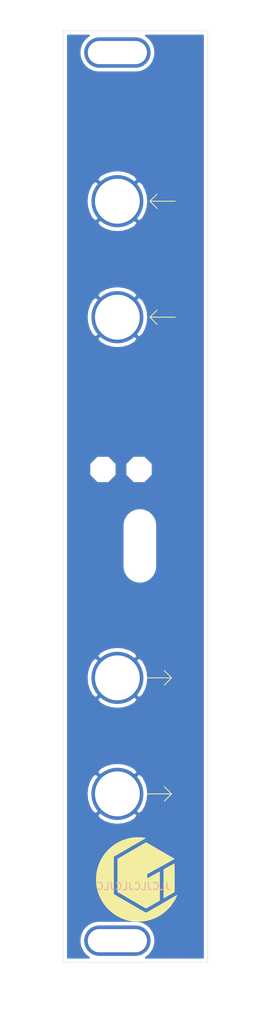
<source format=kicad_pcb>
(kicad_pcb (version 20171130) (host pcbnew "(5.1.6)-1")

  (general
    (thickness 1.6)
    (drawings 45)
    (tracks 0)
    (zones 0)
    (modules 8)
    (nets 2)
  )

  (page A4)
  (layers
    (0 F.Cu signal)
    (31 B.Cu signal)
    (32 B.Adhes user)
    (33 F.Adhes user)
    (34 B.Paste user)
    (35 F.Paste user)
    (36 B.SilkS user)
    (37 F.SilkS user)
    (38 B.Mask user)
    (39 F.Mask user)
    (40 Dwgs.User user)
    (41 Cmts.User user)
    (42 Eco1.User user)
    (43 Eco2.User user)
    (44 Edge.Cuts user)
    (45 Margin user)
    (46 B.CrtYd user)
    (47 F.CrtYd user)
    (48 B.Fab user)
    (49 F.Fab user)
  )

  (setup
    (last_trace_width 0.25)
    (user_trace_width 0.2)
    (user_trace_width 0.5)
    (trace_clearance 0.2)
    (zone_clearance 0.508)
    (zone_45_only no)
    (trace_min 0.2)
    (via_size 0.8)
    (via_drill 0.4)
    (via_min_size 0.4)
    (via_min_drill 0.3)
    (uvia_size 0.3)
    (uvia_drill 0.1)
    (uvias_allowed no)
    (uvia_min_size 0.2)
    (uvia_min_drill 0.1)
    (edge_width 0.05)
    (segment_width 0.2)
    (pcb_text_width 0.3)
    (pcb_text_size 1.5 1.5)
    (mod_edge_width 0.12)
    (mod_text_size 1 1)
    (mod_text_width 0.15)
    (pad_size 1.524 1.524)
    (pad_drill 0.762)
    (pad_to_mask_clearance 0.05)
    (aux_axis_origin 0 0)
    (visible_elements 7FFFFFFF)
    (pcbplotparams
      (layerselection 0x010f0_ffffffff)
      (usegerberextensions false)
      (usegerberattributes true)
      (usegerberadvancedattributes true)
      (creategerberjobfile true)
      (excludeedgelayer true)
      (linewidth 0.100000)
      (plotframeref false)
      (viasonmask false)
      (mode 1)
      (useauxorigin false)
      (hpglpennumber 1)
      (hpglpenspeed 20)
      (hpglpendiameter 15.000000)
      (psnegative false)
      (psa4output false)
      (plotreference false)
      (plotvalue false)
      (plotinvisibletext false)
      (padsonsilk false)
      (subtractmaskfromsilk true)
      (outputformat 1)
      (mirror false)
      (drillshape 0)
      (scaleselection 1)
      (outputdirectory "gerbers/Front/"))
  )

  (net 0 "")
  (net 1 GND)

  (net_class Default "This is the default net class."
    (clearance 0.2)
    (trace_width 0.25)
    (via_dia 0.8)
    (via_drill 0.4)
    (uvia_dia 0.3)
    (uvia_drill 0.1)
    (add_net GND)
  )

  (net_class Thin ""
    (clearance 0.2)
    (trace_width 0.2)
    (via_dia 0.8)
    (via_drill 0.4)
    (uvia_dia 0.3)
    (uvia_drill 0.1)
  )

  (module Images:GuavTek_Logo_S (layer F.Cu) (tedit 0) (tstamp 60D019AA)
    (at 110 167)
    (fp_text reference G*** (at 0 0) (layer F.SilkS) hide
      (effects (font (size 1.524 1.524) (thickness 0.3)))
    )
    (fp_text value LOGO (at 0.75 0) (layer F.SilkS) hide
      (effects (font (size 1.524 1.524) (thickness 0.3)))
    )
    (fp_poly (pts (xy 5.410306 -2.143808) (xy 5.412792 -2.069209) (xy 5.415114 -1.949883) (xy 5.417239 -1.789923)
      (xy 5.419133 -1.593424) (xy 5.420762 -1.364479) (xy 5.422092 -1.107183) (xy 5.423091 -0.825631)
      (xy 5.423724 -0.523916) (xy 5.423957 -0.206133) (xy 5.423958 -0.189108) (xy 5.423958 1.791368)
      (xy 4.67651 2.222339) (xy 4.495526 2.326681) (xy 4.32913 2.422591) (xy 4.182888 2.506861)
      (xy 4.062364 2.576288) (xy 3.973124 2.627663) (xy 3.920733 2.657782) (xy 3.909218 2.664362)
      (xy 3.90605 2.640378) (xy 3.903038 2.567513) (xy 3.900222 2.449805) (xy 3.897643 2.29129)
      (xy 3.89534 2.096005) (xy 3.893354 1.867986) (xy 3.891725 1.611271) (xy 3.890492 1.329895)
      (xy 3.889697 1.027895) (xy 3.889379 0.709309) (xy 3.889375 0.667698) (xy 3.889375 -1.340019)
      (xy 4.640398 -1.754801) (xy 4.822442 -1.855075) (xy 4.989567 -1.946619) (xy 5.13618 -2.026408)
      (xy 5.256685 -2.091419) (xy 5.345488 -2.138627) (xy 5.396997 -2.165009) (xy 5.40769 -2.169583)
      (xy 5.410306 -2.143808)) (layer F.SilkS) (width 0.01))
    (fp_poly (pts (xy 2.529156 -4.466669) (xy 2.917642 -4.242413) (xy 3.263332 -4.042876) (xy 3.569253 -3.866312)
      (xy 3.838432 -3.710978) (xy 4.073897 -3.575126) (xy 4.278675 -3.457012) (xy 4.455793 -3.35489)
      (xy 4.608278 -3.267016) (xy 4.739159 -3.191643) (xy 4.851462 -3.127027) (xy 4.948214 -3.071422)
      (xy 5.032444 -3.023082) (xy 5.107177 -2.980263) (xy 5.126302 -2.969317) (xy 5.237447 -2.904474)
      (xy 5.329697 -2.848275) (xy 5.394449 -2.80614) (xy 5.4231 -2.783487) (xy 5.423762 -2.781951)
      (xy 5.412539 -2.772806) (xy 5.377797 -2.751039) (xy 5.317814 -2.715695) (xy 5.230871 -2.665819)
      (xy 5.115248 -2.600455) (xy 4.969225 -2.518648) (xy 4.791081 -2.419445) (xy 4.579097 -2.301888)
      (xy 4.331552 -2.165024) (xy 4.046727 -2.007897) (xy 3.722901 -1.829552) (xy 3.358355 -1.629035)
      (xy 2.951367 -1.405389) (xy 2.500219 -1.157661) (xy 2.341562 -1.070576) (xy 2.169459 -0.975661)
      (xy 2.011556 -0.887706) (xy 1.874106 -0.810264) (xy 1.763362 -0.746885) (xy 1.685577 -0.701123)
      (xy 1.647004 -0.67653) (xy 1.64487 -0.674779) (xy 1.628935 -0.647583) (xy 1.621494 -0.597446)
      (xy 1.622125 -0.514855) (xy 1.63041 -0.390299) (xy 1.631641 -0.375192) (xy 1.653645 -0.108366)
      (xy 3.373437 -1.056318) (xy 3.380278 0.933664) (xy 3.381231 1.253857) (xy 3.381851 1.558876)
      (xy 3.382147 1.844556) (xy 3.382129 2.106729) (xy 3.381806 2.341231) (xy 3.381188 2.543896)
      (xy 3.380282 2.710557) (xy 3.379099 2.837049) (xy 3.377647 2.919206) (xy 3.375936 2.952862)
      (xy 3.375826 2.953248) (xy 3.347693 2.982656) (xy 3.288753 3.024321) (xy 3.249922 3.047587)
      (xy 3.199719 3.07623) (xy 3.110033 3.127703) (xy 2.987196 3.198357) (xy 2.837543 3.284547)
      (xy 2.667406 3.382625) (xy 2.483119 3.488945) (xy 2.354791 3.563027) (xy 2.167941 3.670841)
      (xy 1.993947 3.771085) (xy 1.838559 3.860456) (xy 1.70753 3.935653) (xy 1.606609 3.993375)
      (xy 1.541548 4.030319) (xy 1.520002 4.042271) (xy 1.499908 4.047038) (xy 1.46932 4.042524)
      (xy 1.423588 4.026374) (xy 1.358061 3.996235) (xy 1.268091 3.949753) (xy 1.149027 3.884573)
      (xy 0.99622 3.798342) (xy 0.80502 3.688706) (xy 0.686564 3.620325) (xy 0.483537 3.502921)
      (xy 0.278971 3.384586) (xy 0.081555 3.270351) (xy -0.100018 3.165246) (xy -0.257058 3.074302)
      (xy -0.380874 3.002549) (xy -0.423334 2.977921) (xy -0.524788 2.919126) (xy -0.664204 2.838443)
      (xy -0.833706 2.740424) (xy -1.025419 2.629621) (xy -1.231466 2.510587) (xy -1.443971 2.387874)
      (xy -1.620511 2.285971) (xy -2.486958 1.785937) (xy -2.486878 -0.502708) (xy -2.486798 -2.791354)
      (xy -0.630288 -3.862917) (xy -0.339437 -4.030788) (xy -0.059547 -4.192325) (xy 0.205666 -4.345381)
      (xy 0.452485 -4.487812) (xy 0.677193 -4.617474) (xy 0.876072 -4.732222) (xy 1.045405 -4.829911)
      (xy 1.181475 -4.908395) (xy 1.280565 -4.965531) (xy 1.338957 -4.999174) (xy 1.349716 -5.00536)
      (xy 1.473208 -5.07624) (xy 2.529156 -4.466669)) (layer F.SilkS) (width 0.01))
    (fp_poly (pts (xy 0.626306 -5.758871) (xy 0.861028 -5.746864) (xy 1.031439 -5.730572) (xy 1.164027 -5.712886)
      (xy 1.277777 -5.695068) (xy 1.3623 -5.678941) (xy 1.407201 -5.66633) (xy 1.411008 -5.66395)
      (xy 1.401826 -5.640333) (xy 1.354966 -5.600279) (xy 1.279721 -5.551721) (xy 1.279151 -5.551391)
      (xy 1.23345 -5.524946) (xy 1.145487 -5.474114) (xy 1.018832 -5.400958) (xy 0.857056 -5.307539)
      (xy 0.663731 -5.195918) (xy 0.442426 -5.068158) (xy 0.196714 -4.926318) (xy -0.069836 -4.772462)
      (xy -0.353652 -4.60865) (xy -0.651163 -4.436944) (xy -0.932657 -4.274492) (xy -2.989792 -3.087336)
      (xy -2.989792 2.082658) (xy -2.255573 2.50684) (xy -1.808998 2.764812) (xy -1.382806 3.010955)
      (xy -0.978974 3.244127) (xy -0.59948 3.463189) (xy -0.246301 3.667) (xy 0.078585 3.85442)
      (xy 0.373199 4.02431) (xy 0.635566 4.175528) (xy 0.863707 4.306934) (xy 1.055644 4.41739)
      (xy 1.209399 4.505753) (xy 1.322996 4.570885) (xy 1.394457 4.611645) (xy 1.420673 4.62632)
      (xy 1.433975 4.629527) (xy 1.45479 4.627104) (xy 1.485863 4.617544) (xy 1.529939 4.599342)
      (xy 1.589764 4.57099) (xy 1.668082 4.530983) (xy 1.767639 4.477815) (xy 1.891181 4.409979)
      (xy 2.041453 4.325969) (xy 2.221199 4.22428) (xy 2.433166 4.103404) (xy 2.680099 3.961836)
      (xy 2.964743 3.79807) (xy 3.289843 3.610598) (xy 3.629139 3.414674) (xy 3.938847 3.235887)
      (xy 4.235361 3.064973) (xy 4.515504 2.903751) (xy 4.776097 2.754036) (xy 5.01396 2.617649)
      (xy 5.225914 2.496406) (xy 5.408781 2.392125) (xy 5.559381 2.306624) (xy 5.674535 2.241721)
      (xy 5.751064 2.199234) (xy 5.78579 2.18098) (xy 5.787574 2.180422) (xy 5.781588 2.206892)
      (xy 5.758152 2.270171) (xy 5.722027 2.359037) (xy 5.677974 2.462268) (xy 5.630752 2.568643)
      (xy 5.585122 2.66694) (xy 5.556059 2.726152) (xy 5.508541 2.812011) (xy 5.437837 2.93008)
      (xy 5.351127 3.069232) (xy 5.255593 3.21834) (xy 5.158415 3.36628) (xy 5.066774 3.501923)
      (xy 4.987852 3.614145) (xy 4.950457 3.664479) (xy 4.821687 3.820275) (xy 4.661135 3.995696)
      (xy 4.480035 4.17955) (xy 4.289625 4.360647) (xy 4.101139 4.527796) (xy 3.997353 4.61376)
      (xy 3.549821 4.939888) (xy 3.077564 5.219386) (xy 2.582183 5.451527) (xy 2.065283 5.635582)
      (xy 1.528466 5.770822) (xy 1.393062 5.796612) (xy 1.263913 5.817586) (xy 1.135175 5.833495)
      (xy 0.995642 5.845123) (xy 0.834106 5.853248) (xy 0.63936 5.858652) (xy 0.46302 5.86141)
      (xy 0.284123 5.863075) (xy 0.118951 5.86366) (xy -0.023771 5.863209) (xy -0.135318 5.861767)
      (xy -0.206967 5.859379) (xy -0.224896 5.857873) (xy -0.28935 5.849163) (xy -0.386901 5.836164)
      (xy -0.498175 5.821456) (xy -0.515938 5.819119) (xy -0.999828 5.729839) (xy -1.483005 5.590723)
      (xy -1.95978 5.404616) (xy -2.424465 5.174364) (xy -2.871372 4.902813) (xy -3.294812 4.592808)
      (xy -3.689097 4.247195) (xy -3.722315 4.215067) (xy -4.068648 3.845644) (xy -4.378005 3.447481)
      (xy -4.654941 3.014181) (xy -4.879588 2.590206) (xy -5.068952 2.163733) (xy -5.217318 1.745635)
      (xy -5.327136 1.324971) (xy -5.400858 0.8908) (xy -5.440934 0.432181) (xy -5.450417 0.042085)
      (xy -5.429691 -0.488531) (xy -5.36645 -0.99255) (xy -5.259097 -1.476928) (xy -5.106037 -1.948622)
      (xy -4.905673 -2.414586) (xy -4.870111 -2.487083) (xy -4.734688 -2.749508) (xy -4.606315 -2.976685)
      (xy -4.475482 -3.183626) (xy -4.332675 -3.385342) (xy -4.168382 -3.596843) (xy -4.161416 -3.605487)
      (xy -3.819363 -3.990952) (xy -3.440096 -4.347899) (xy -3.030379 -4.67142) (xy -2.596976 -4.956607)
      (xy -2.14665 -5.19855) (xy -1.712415 -5.382732) (xy -1.512061 -5.451171) (xy -1.278457 -5.52198)
      (xy -1.030728 -5.58995) (xy -0.787996 -5.649873) (xy -0.569385 -5.696542) (xy -0.539907 -5.702067)
      (xy -0.354904 -5.728149) (xy -0.131605 -5.747128) (xy 0.115814 -5.758746) (xy 0.373176 -5.762746)
      (xy 0.626306 -5.758871)) (layer F.SilkS) (width 0.01))
  )

  (module MountingHole:MountingHole_6.2mm_M6 (layer F.Cu) (tedit 60B54858) (tstamp 60B783DF)
    (at 107.5 155.25)
    (descr "Mounting Hole 6.4mm, no annular, M6")
    (tags "mounting hole 6.4mm no annular m6")
    (path /60C2BF8A)
    (attr virtual)
    (fp_text reference J4 (at 0 -7.4) (layer F.SilkS) hide
      (effects (font (size 1 1) (thickness 0.15)))
    )
    (fp_text value Jack_3.5mm (at 0 7.4) (layer F.Fab)
      (effects (font (size 1 1) (thickness 0.15)))
    )
    (fp_circle (center 0 0) (end 6.65 0) (layer F.CrtYd) (width 0.05))
    (fp_circle (center 0 0) (end 6.4 0) (layer Cmts.User) (width 0.15))
    (fp_text user %R (at 0.3 0) (layer F.Fab)
      (effects (font (size 1 1) (thickness 0.15)))
    )
    (pad 1 thru_hole circle (at 0 0) (size 7.2 7.2) (drill 6.2) (layers *.Cu *.Mask)
      (net 1 GND))
  )

  (module MountingHole:MountingHole_6.2mm_M6 (layer F.Cu) (tedit 60B54858) (tstamp 60B7858D)
    (at 107.5 73.5)
    (descr "Mounting Hole 6.4mm, no annular, M6")
    (tags "mounting hole 6.4mm no annular m6")
    (path /60C2BC82)
    (attr virtual)
    (fp_text reference J3 (at 0 -7.4) (layer F.SilkS) hide
      (effects (font (size 1 1) (thickness 0.15)))
    )
    (fp_text value Jack_3.5mm (at 0 7.4) (layer F.Fab)
      (effects (font (size 1 1) (thickness 0.15)))
    )
    (fp_circle (center 0 0) (end 6.65 0) (layer F.CrtYd) (width 0.05))
    (fp_circle (center 0 0) (end 6.4 0) (layer Cmts.User) (width 0.15))
    (fp_text user %R (at 0.3 0) (layer F.Fab)
      (effects (font (size 1 1) (thickness 0.15)))
    )
    (pad 1 thru_hole circle (at 0 0) (size 7.2 7.2) (drill 6.2) (layers *.Cu *.Mask)
      (net 1 GND))
  )

  (module MountingHole:MountingHole_6.2mm_M6 (layer F.Cu) (tedit 60B54858) (tstamp 60B783CF)
    (at 107.5 139.25)
    (descr "Mounting Hole 6.4mm, no annular, M6")
    (tags "mounting hole 6.4mm no annular m6")
    (path /60C2B8C6)
    (attr virtual)
    (fp_text reference J2 (at 0 -7.4) (layer F.SilkS) hide
      (effects (font (size 1 1) (thickness 0.15)))
    )
    (fp_text value Jack_3.5mm (at 0 7.4) (layer F.Fab)
      (effects (font (size 1 1) (thickness 0.15)))
    )
    (fp_circle (center 0 0) (end 6.65 0) (layer F.CrtYd) (width 0.05))
    (fp_circle (center 0 0) (end 6.4 0) (layer Cmts.User) (width 0.15))
    (fp_text user %R (at 0.3 0) (layer F.Fab)
      (effects (font (size 1 1) (thickness 0.15)))
    )
    (pad 1 thru_hole circle (at 0 0) (size 7.2 7.2) (drill 6.2) (layers *.Cu *.Mask)
      (net 1 GND))
  )

  (module MountingHole:MountingHole_6.2mm_M6 (layer F.Cu) (tedit 60B54858) (tstamp 60B78570)
    (at 107.5 89.5)
    (descr "Mounting Hole 6.4mm, no annular, M6")
    (tags "mounting hole 6.4mm no annular m6")
    (path /60C2A313)
    (attr virtual)
    (fp_text reference J1 (at 0 -7.4) (layer F.SilkS) hide
      (effects (font (size 1 1) (thickness 0.15)))
    )
    (fp_text value Jack_3.5mm (at 0 7.4) (layer F.Fab)
      (effects (font (size 1 1) (thickness 0.15)))
    )
    (fp_circle (center 0 0) (end 6.65 0) (layer F.CrtYd) (width 0.05))
    (fp_circle (center 0 0) (end 6.4 0) (layer Cmts.User) (width 0.15))
    (fp_text user %R (at 0.3 0) (layer F.Fab)
      (effects (font (size 1 1) (thickness 0.15)))
    )
    (pad 1 thru_hole circle (at 0 0) (size 7.2 7.2) (drill 6.2) (layers *.Cu *.Mask)
      (net 1 GND))
  )

  (module CustomLib:Wide_M3 (layer F.Cu) (tedit 606263EC) (tstamp 60B783B5)
    (at 107.5 175.5)
    (path /60C2CE11)
    (fp_text reference H3 (at 0 -3.81) (layer F.SilkS) hide
      (effects (font (size 1 1) (thickness 0.15)))
    )
    (fp_text value MountingHole (at 0 3.81) (layer F.Fab)
      (effects (font (size 1 1) (thickness 0.15)))
    )
    (pad 1 thru_hole oval (at 0 0) (size 9.2 4.2) (drill oval 8.2 3.2) (layers *.Cu *.Mask))
  )

  (module CustomLib:Wide_M3 (layer F.Cu) (tedit 606263EC) (tstamp 60B783B0)
    (at 107.5 53)
    (path /60C2CAB7)
    (fp_text reference H2 (at 0 -3.81) (layer F.SilkS) hide
      (effects (font (size 1 1) (thickness 0.15)))
    )
    (fp_text value MountingHole (at 0 3.81) (layer F.Fab)
      (effects (font (size 1 1) (thickness 0.15)))
    )
    (pad 1 thru_hole oval (at 0 0) (size 9.2 4.2) (drill oval 8.2 3.2) (layers *.Cu *.Mask))
  )

  (module CustomLib:USB_C_Hole (layer F.Cu) (tedit 5F249EA4) (tstamp 60B785CB)
    (at 110.61 121.05)
    (path /60C2DA44)
    (fp_text reference H1 (at 0 5.334) (layer F.SilkS) hide
      (effects (font (size 1 1) (thickness 0.15)))
    )
    (fp_text value "USB hole" (at 0 6.731) (layer F.Fab)
      (effects (font (size 1 1) (thickness 0.15)))
    )
    (pad "" np_thru_hole oval (at 0 0) (size 3.5 9.1) (drill oval 3.5 9.1) (layers *.Cu *.Mask))
  )

  (gr_line (start 112 73.5) (end 113 72.5) (layer F.SilkS) (width 0.12) (tstamp 60D499C3))
  (gr_line (start 112 73.5) (end 113 74.5) (layer F.SilkS) (width 0.12) (tstamp 60D499C2))
  (gr_line (start 115.5 73.5) (end 112 73.5) (layer F.SilkS) (width 0.12) (tstamp 60D499C1))
  (gr_line (start 112 89.5) (end 113 88.5) (layer F.SilkS) (width 0.12) (tstamp 60D499C3))
  (gr_line (start 112 89.5) (end 113 90.5) (layer F.SilkS) (width 0.12) (tstamp 60D499C2))
  (gr_line (start 115.5 89.5) (end 112 89.5) (layer F.SilkS) (width 0.12) (tstamp 60D499C1))
  (gr_line (start 115 155.25) (end 114 156.25) (layer F.SilkS) (width 0.12) (tstamp 60D499C3))
  (gr_line (start 115 155.25) (end 114 154.25) (layer F.SilkS) (width 0.12) (tstamp 60D499C2))
  (gr_line (start 111.5 155.25) (end 115 155.25) (layer F.SilkS) (width 0.12) (tstamp 60D499C1))
  (gr_line (start 115 139.25) (end 114 140.25) (layer F.SilkS) (width 0.12))
  (gr_line (start 115 139.25) (end 114 138.25) (layer F.SilkS) (width 0.12))
  (gr_line (start 111.5 139.25) (end 115 139.25) (layer F.SilkS) (width 0.12))
  (gr_poly (pts (xy 111.25 112) (xy 110.5 110.5) (xy 109.75 112) (xy 109.75 109) (xy 110.5 110.5) (xy 111.25 109)) (layer F.Mask) (width 0.3))
  (gr_poly (pts (xy 106.5 110.5) (xy 105 112) (xy 105 109)) (layer F.Mask) (width 0.3))
  (gr_text JLCJLCJLCJLC (at 109.75 168) (layer B.SilkS)
    (effects (font (size 1 1) (thickness 0.15)) (justify mirror))
  )
  (gr_poly (pts (xy 107.25 111.25) (xy 106.25 112.25) (xy 104.75 112.25) (xy 103.75 111.25) (xy 103.75 109.685345) (xy 104.75 108.75) (xy 106.25 108.75) (xy 107.25 109.75)) (layer B.Mask) (width 0.1))
  (gr_poly (pts (xy 111.25 112.25) (xy 109.75 112.25) (xy 108.75 111.25) (xy 108.75 109.75) (xy 109.75 108.75) (xy 111.25 108.75) (xy 112.25 109.75) (xy 112.25 111.25)) (layer B.Mask) (width 0.1))
  (gr_text "MIDIBUS\nUSB" (at 110 59.25) (layer F.Mask)
    (effects (font (size 2 2) (thickness 0.25)))
  )
  (gr_line (start 98.75 63) (end 120.75 63) (layer F.Mask) (width 0.4))
  (gr_circle (center 105.5 110.5) (end 107 110.5) (layer Dwgs.User) (width 0.15))
  (gr_circle (center 110.5 110.5) (end 112 110.5) (layer Dwgs.User) (width 0.15))
  (gr_line (start 114.5 164) (end 112.5 164) (layer Dwgs.User) (width 0.15) (tstamp 60B7859F))
  (gr_line (start 114.5 64.5) (end 114.5 164) (layer Dwgs.User) (width 0.15))
  (gr_line (start 112.5 64.5) (end 114.5 64.5) (layer Dwgs.User) (width 0.15))
  (gr_line (start 112.5 64.5) (end 112.5 164) (layer Dwgs.User) (width 0.15))
  (gr_line (start 100.25 73.5) (end 119.75 73.5) (layer Dwgs.User) (width 0.15))
  (gr_line (start 100.25 89.5) (end 100.25 73.5) (layer Dwgs.User) (width 0.15))
  (gr_line (start 100.25 89.5) (end 119.75 89.5) (layer Dwgs.User) (width 0.15))
  (gr_line (start 100.25 110.5) (end 100.25 89.5) (layer Dwgs.User) (width 0.15))
  (gr_line (start 100.25 110.5) (end 119.75 110.5) (layer Dwgs.User) (width 0.15))
  (gr_line (start 100.25 121.07) (end 100.25 110.5) (layer Dwgs.User) (width 0.15))
  (gr_line (start 100.25 121.07) (end 119.75 121.07) (layer Dwgs.User) (width 0.15))
  (gr_line (start 100.25 139.25) (end 100.25 121.07) (layer Dwgs.User) (width 0.15))
  (gr_line (start 100.25 139.25) (end 119.75 139.25) (layer Dwgs.User) (width 0.15))
  (gr_line (start 100.25 155.25) (end 100.25 139.25) (layer Dwgs.User) (width 0.15))
  (gr_line (start 100.25 155.25) (end 120 155.25) (layer Dwgs.User) (width 0.15))
  (gr_line (start 100.25 164.25) (end 100.25 155.25) (layer Dwgs.User) (width 0.15))
  (gr_line (start 100.25 164.25) (end 120 164.25) (layer Dwgs.User) (width 0.15))
  (gr_line (start 100.25 178.5) (end 100.25 164.25) (layer Dwgs.User) (width 0.15))
  (gr_line (start 100.25 64.25) (end 119.75 64.25) (layer Dwgs.User) (width 0.15))
  (gr_line (start 100.25 50) (end 100.25 64.25) (layer Dwgs.User) (width 0.15))
  (gr_line (start 100 178.5) (end 100 50) (layer Edge.Cuts) (width 0.05) (tstamp 60B78410))
  (gr_line (start 120 178.5) (end 100 178.5) (layer Edge.Cuts) (width 0.05))
  (gr_line (start 120 50) (end 120 178.5) (layer Edge.Cuts) (width 0.05))
  (gr_line (start 100 50) (end 120 50) (layer Edge.Cuts) (width 0.05))

  (zone (net 1) (net_name GND) (layer F.Cu) (tstamp 60D49B12) (hatch edge 0.508)
    (connect_pads (clearance 0.508))
    (min_thickness 0.254)
    (fill yes (arc_segments 32) (thermal_gap 0.508) (thermal_bridge_width 0.508))
    (polygon
      (pts
        (xy 123.75 47.5) (xy 124.5 184.75) (xy 97.5 184.75) (xy 94.25 45.75)
      )
    )
    (filled_polygon
      (pts
        (xy 103.473164 50.714928) (xy 103.056706 51.056706) (xy 102.714928 51.473164) (xy 102.460964 51.948297) (xy 102.304574 52.463846)
        (xy 102.251767 53) (xy 102.304574 53.536154) (xy 102.460964 54.051703) (xy 102.714928 54.526836) (xy 103.056706 54.943294)
        (xy 103.473164 55.285072) (xy 103.948297 55.539036) (xy 104.463846 55.695426) (xy 104.865644 55.735) (xy 110.134356 55.735)
        (xy 110.536154 55.695426) (xy 111.051703 55.539036) (xy 111.526836 55.285072) (xy 111.943294 54.943294) (xy 112.285072 54.526836)
        (xy 112.539036 54.051703) (xy 112.695426 53.536154) (xy 112.748233 53) (xy 112.695426 52.463846) (xy 112.539036 51.948297)
        (xy 112.285072 51.473164) (xy 111.943294 51.056706) (xy 111.526836 50.714928) (xy 111.424073 50.66) (xy 119.34 50.66)
        (xy 119.340001 177.84) (xy 111.424073 177.84) (xy 111.526836 177.785072) (xy 111.943294 177.443294) (xy 112.285072 177.026836)
        (xy 112.539036 176.551703) (xy 112.695426 176.036154) (xy 112.748233 175.5) (xy 112.695426 174.963846) (xy 112.539036 174.448297)
        (xy 112.285072 173.973164) (xy 111.943294 173.556706) (xy 111.526836 173.214928) (xy 111.051703 172.960964) (xy 110.536154 172.804574)
        (xy 110.134356 172.765) (xy 104.865644 172.765) (xy 104.463846 172.804574) (xy 103.948297 172.960964) (xy 103.473164 173.214928)
        (xy 103.056706 173.556706) (xy 102.714928 173.973164) (xy 102.460964 174.448297) (xy 102.304574 174.963846) (xy 102.251767 175.5)
        (xy 102.304574 176.036154) (xy 102.460964 176.551703) (xy 102.714928 177.026836) (xy 103.056706 177.443294) (xy 103.473164 177.785072)
        (xy 103.575927 177.84) (xy 100.66 177.84) (xy 100.66 158.235244) (xy 104.694362 158.235244) (xy 105.102545 158.765879)
        (xy 105.834525 159.166043) (xy 106.630508 159.415715) (xy 107.459906 159.505301) (xy 108.290845 159.431359) (xy 109.091392 159.196729)
        (xy 109.830782 158.810428) (xy 109.897455 158.765879) (xy 110.305638 158.235244) (xy 107.5 155.429605) (xy 104.694362 158.235244)
        (xy 100.66 158.235244) (xy 100.66 155.209906) (xy 103.244699 155.209906) (xy 103.318641 156.040845) (xy 103.553271 156.841392)
        (xy 103.939572 157.580782) (xy 103.984121 157.647455) (xy 104.514756 158.055638) (xy 107.320395 155.25) (xy 107.679605 155.25)
        (xy 110.485244 158.055638) (xy 111.015879 157.647455) (xy 111.416043 156.915475) (xy 111.665715 156.119492) (xy 111.755301 155.290094)
        (xy 111.681359 154.459155) (xy 111.446729 153.658608) (xy 111.060428 152.919218) (xy 111.015879 152.852545) (xy 110.485244 152.444362)
        (xy 107.679605 155.25) (xy 107.320395 155.25) (xy 104.514756 152.444362) (xy 103.984121 152.852545) (xy 103.583957 153.584525)
        (xy 103.334285 154.380508) (xy 103.244699 155.209906) (xy 100.66 155.209906) (xy 100.66 152.264756) (xy 104.694362 152.264756)
        (xy 107.5 155.070395) (xy 110.305638 152.264756) (xy 109.897455 151.734121) (xy 109.165475 151.333957) (xy 108.369492 151.084285)
        (xy 107.540094 150.994699) (xy 106.709155 151.068641) (xy 105.908608 151.303271) (xy 105.169218 151.689572) (xy 105.102545 151.734121)
        (xy 104.694362 152.264756) (xy 100.66 152.264756) (xy 100.66 142.235244) (xy 104.694362 142.235244) (xy 105.102545 142.765879)
        (xy 105.834525 143.166043) (xy 106.630508 143.415715) (xy 107.459906 143.505301) (xy 108.290845 143.431359) (xy 109.091392 143.196729)
        (xy 109.830782 142.810428) (xy 109.897455 142.765879) (xy 110.305638 142.235244) (xy 107.5 139.429605) (xy 104.694362 142.235244)
        (xy 100.66 142.235244) (xy 100.66 139.209906) (xy 103.244699 139.209906) (xy 103.318641 140.040845) (xy 103.553271 140.841392)
        (xy 103.939572 141.580782) (xy 103.984121 141.647455) (xy 104.514756 142.055638) (xy 107.320395 139.25) (xy 107.679605 139.25)
        (xy 110.485244 142.055638) (xy 111.015879 141.647455) (xy 111.416043 140.915475) (xy 111.665715 140.119492) (xy 111.755301 139.290094)
        (xy 111.681359 138.459155) (xy 111.446729 137.658608) (xy 111.060428 136.919218) (xy 111.015879 136.852545) (xy 110.485244 136.444362)
        (xy 107.679605 139.25) (xy 107.320395 139.25) (xy 104.514756 136.444362) (xy 103.984121 136.852545) (xy 103.583957 137.584525)
        (xy 103.334285 138.380508) (xy 103.244699 139.209906) (xy 100.66 139.209906) (xy 100.66 136.264756) (xy 104.694362 136.264756)
        (xy 107.5 139.070395) (xy 110.305638 136.264756) (xy 109.897455 135.734121) (xy 109.165475 135.333957) (xy 108.369492 135.084285)
        (xy 107.540094 134.994699) (xy 106.709155 135.068641) (xy 105.908608 135.303271) (xy 105.169218 135.689572) (xy 105.102545 135.734121)
        (xy 104.694362 136.264756) (xy 100.66 136.264756) (xy 100.66 118.132844) (xy 108.225 118.132844) (xy 108.225001 123.967157)
        (xy 108.259511 124.317542) (xy 108.395888 124.767116) (xy 108.617352 125.181446) (xy 108.915392 125.544609) (xy 109.278555 125.842649)
        (xy 109.692885 126.064113) (xy 110.142459 126.20049) (xy 110.61 126.246539) (xy 111.077542 126.20049) (xy 111.527116 126.064113)
        (xy 111.941446 125.842649) (xy 112.304609 125.544609) (xy 112.602649 125.181446) (xy 112.824113 124.767116) (xy 112.96049 124.317542)
        (xy 112.995 123.967157) (xy 112.995 118.132843) (xy 112.96049 117.782458) (xy 112.824113 117.332884) (xy 112.602649 116.918554)
        (xy 112.304609 116.555391) (xy 111.941445 116.257351) (xy 111.527115 116.035887) (xy 111.077541 115.89951) (xy 110.61 115.853461)
        (xy 110.142458 115.89951) (xy 109.692884 116.035887) (xy 109.278554 116.257351) (xy 108.915391 116.555391) (xy 108.617351 116.918555)
        (xy 108.395887 117.332885) (xy 108.25951 117.782459) (xy 108.225 118.132844) (xy 100.66 118.132844) (xy 100.66 109.75)
        (xy 103.623 109.75) (xy 103.623 111.25) (xy 103.62544 111.274776) (xy 103.632667 111.298601) (xy 103.644403 111.320557)
        (xy 103.660197 111.339803) (xy 104.660197 112.339803) (xy 104.679443 112.355597) (xy 104.701399 112.367333) (xy 104.725224 112.37456)
        (xy 104.75 112.377) (xy 106.25 112.377) (xy 106.274776 112.37456) (xy 106.298601 112.367333) (xy 106.320557 112.355597)
        (xy 106.339803 112.339803) (xy 107.339803 111.339803) (xy 107.355597 111.320557) (xy 107.367333 111.298601) (xy 107.37456 111.274776)
        (xy 107.377 111.25) (xy 107.377 109.75) (xy 108.623 109.75) (xy 108.623 111.25) (xy 108.62544 111.274776)
        (xy 108.632667 111.298601) (xy 108.644403 111.320557) (xy 108.660197 111.339803) (xy 109.660197 112.339803) (xy 109.679443 112.355597)
        (xy 109.701399 112.367333) (xy 109.725224 112.37456) (xy 109.75 112.377) (xy 111.25 112.377) (xy 111.274776 112.37456)
        (xy 111.298601 112.367333) (xy 111.320557 112.355597) (xy 111.339803 112.339803) (xy 112.339803 111.339803) (xy 112.355597 111.320557)
        (xy 112.367333 111.298601) (xy 112.37456 111.274776) (xy 112.377 111.25) (xy 112.377 109.75) (xy 112.37456 109.725224)
        (xy 112.367333 109.701399) (xy 112.355597 109.679443) (xy 112.339803 109.660197) (xy 111.339803 108.660197) (xy 111.320557 108.644403)
        (xy 111.298601 108.632667) (xy 111.274776 108.62544) (xy 111.25 108.623) (xy 109.75 108.623) (xy 109.725224 108.62544)
        (xy 109.701399 108.632667) (xy 109.679443 108.644403) (xy 109.660197 108.660197) (xy 108.660197 109.660197) (xy 108.644403 109.679443)
        (xy 108.632667 109.701399) (xy 108.62544 109.725224) (xy 108.623 109.75) (xy 107.377 109.75) (xy 107.37456 109.725224)
        (xy 107.367333 109.701399) (xy 107.355597 109.679443) (xy 107.339803 109.660197) (xy 106.339803 108.660197) (xy 106.320557 108.644403)
        (xy 106.298601 108.632667) (xy 106.274776 108.62544) (xy 106.25 108.623) (xy 104.75 108.623) (xy 104.725224 108.62544)
        (xy 104.701399 108.632667) (xy 104.679443 108.644403) (xy 104.660197 108.660197) (xy 103.660197 109.660197) (xy 103.644403 109.679443)
        (xy 103.632667 109.701399) (xy 103.62544 109.725224) (xy 103.623 109.75) (xy 100.66 109.75) (xy 100.66 92.485244)
        (xy 104.694362 92.485244) (xy 105.102545 93.015879) (xy 105.834525 93.416043) (xy 106.630508 93.665715) (xy 107.459906 93.755301)
        (xy 108.290845 93.681359) (xy 109.091392 93.446729) (xy 109.830782 93.060428) (xy 109.897455 93.015879) (xy 110.305638 92.485244)
        (xy 107.5 89.679605) (xy 104.694362 92.485244) (xy 100.66 92.485244) (xy 100.66 89.459906) (xy 103.244699 89.459906)
        (xy 103.318641 90.290845) (xy 103.553271 91.091392) (xy 103.939572 91.830782) (xy 103.984121 91.897455) (xy 104.514756 92.305638)
        (xy 107.320395 89.5) (xy 107.679605 89.5) (xy 110.485244 92.305638) (xy 111.015879 91.897455) (xy 111.416043 91.165475)
        (xy 111.665715 90.369492) (xy 111.755301 89.540094) (xy 111.681359 88.709155) (xy 111.446729 87.908608) (xy 111.060428 87.169218)
        (xy 111.015879 87.102545) (xy 110.485244 86.694362) (xy 107.679605 89.5) (xy 107.320395 89.5) (xy 104.514756 86.694362)
        (xy 103.984121 87.102545) (xy 103.583957 87.834525) (xy 103.334285 88.630508) (xy 103.244699 89.459906) (xy 100.66 89.459906)
        (xy 100.66 86.514756) (xy 104.694362 86.514756) (xy 107.5 89.320395) (xy 110.305638 86.514756) (xy 109.897455 85.984121)
        (xy 109.165475 85.583957) (xy 108.369492 85.334285) (xy 107.540094 85.244699) (xy 106.709155 85.318641) (xy 105.908608 85.553271)
        (xy 105.169218 85.939572) (xy 105.102545 85.984121) (xy 104.694362 86.514756) (xy 100.66 86.514756) (xy 100.66 76.485244)
        (xy 104.694362 76.485244) (xy 105.102545 77.015879) (xy 105.834525 77.416043) (xy 106.630508 77.665715) (xy 107.459906 77.755301)
        (xy 108.290845 77.681359) (xy 109.091392 77.446729) (xy 109.830782 77.060428) (xy 109.897455 77.015879) (xy 110.305638 76.485244)
        (xy 107.5 73.679605) (xy 104.694362 76.485244) (xy 100.66 76.485244) (xy 100.66 73.459906) (xy 103.244699 73.459906)
        (xy 103.318641 74.290845) (xy 103.553271 75.091392) (xy 103.939572 75.830782) (xy 103.984121 75.897455) (xy 104.514756 76.305638)
        (xy 107.320395 73.5) (xy 107.679605 73.5) (xy 110.485244 76.305638) (xy 111.015879 75.897455) (xy 111.416043 75.165475)
        (xy 111.665715 74.369492) (xy 111.755301 73.540094) (xy 111.681359 72.709155) (xy 111.446729 71.908608) (xy 111.060428 71.169218)
        (xy 111.015879 71.102545) (xy 110.485244 70.694362) (xy 107.679605 73.5) (xy 107.320395 73.5) (xy 104.514756 70.694362)
        (xy 103.984121 71.102545) (xy 103.583957 71.834525) (xy 103.334285 72.630508) (xy 103.244699 73.459906) (xy 100.66 73.459906)
        (xy 100.66 70.514756) (xy 104.694362 70.514756) (xy 107.5 73.320395) (xy 110.305638 70.514756) (xy 109.897455 69.984121)
        (xy 109.165475 69.583957) (xy 108.369492 69.334285) (xy 107.540094 69.244699) (xy 106.709155 69.318641) (xy 105.908608 69.553271)
        (xy 105.169218 69.939572) (xy 105.102545 69.984121) (xy 104.694362 70.514756) (xy 100.66 70.514756) (xy 100.66 50.66)
        (xy 103.575927 50.66)
      )
    )
  )
  (zone (net 1) (net_name GND) (layer B.Cu) (tstamp 60D49B0F) (hatch edge 0.508)
    (connect_pads (clearance 0.508))
    (min_thickness 0.254)
    (fill yes (arc_segments 32) (thermal_gap 0.508) (thermal_bridge_width 0.508))
    (polygon
      (pts
        (xy 127.25 47.5) (xy 126.25 187) (xy 96.75 185.75) (xy 91.25 46)
      )
    )
    (filled_polygon
      (pts
        (xy 103.473164 50.714928) (xy 103.056706 51.056706) (xy 102.714928 51.473164) (xy 102.460964 51.948297) (xy 102.304574 52.463846)
        (xy 102.251767 53) (xy 102.304574 53.536154) (xy 102.460964 54.051703) (xy 102.714928 54.526836) (xy 103.056706 54.943294)
        (xy 103.473164 55.285072) (xy 103.948297 55.539036) (xy 104.463846 55.695426) (xy 104.865644 55.735) (xy 110.134356 55.735)
        (xy 110.536154 55.695426) (xy 111.051703 55.539036) (xy 111.526836 55.285072) (xy 111.943294 54.943294) (xy 112.285072 54.526836)
        (xy 112.539036 54.051703) (xy 112.695426 53.536154) (xy 112.748233 53) (xy 112.695426 52.463846) (xy 112.539036 51.948297)
        (xy 112.285072 51.473164) (xy 111.943294 51.056706) (xy 111.526836 50.714928) (xy 111.424073 50.66) (xy 119.34 50.66)
        (xy 119.340001 177.84) (xy 111.424073 177.84) (xy 111.526836 177.785072) (xy 111.943294 177.443294) (xy 112.285072 177.026836)
        (xy 112.539036 176.551703) (xy 112.695426 176.036154) (xy 112.748233 175.5) (xy 112.695426 174.963846) (xy 112.539036 174.448297)
        (xy 112.285072 173.973164) (xy 111.943294 173.556706) (xy 111.526836 173.214928) (xy 111.051703 172.960964) (xy 110.536154 172.804574)
        (xy 110.134356 172.765) (xy 104.865644 172.765) (xy 104.463846 172.804574) (xy 103.948297 172.960964) (xy 103.473164 173.214928)
        (xy 103.056706 173.556706) (xy 102.714928 173.973164) (xy 102.460964 174.448297) (xy 102.304574 174.963846) (xy 102.251767 175.5)
        (xy 102.304574 176.036154) (xy 102.460964 176.551703) (xy 102.714928 177.026836) (xy 103.056706 177.443294) (xy 103.473164 177.785072)
        (xy 103.575927 177.84) (xy 100.66 177.84) (xy 100.66 158.235244) (xy 104.694362 158.235244) (xy 105.102545 158.765879)
        (xy 105.834525 159.166043) (xy 106.630508 159.415715) (xy 107.459906 159.505301) (xy 108.290845 159.431359) (xy 109.091392 159.196729)
        (xy 109.830782 158.810428) (xy 109.897455 158.765879) (xy 110.305638 158.235244) (xy 107.5 155.429605) (xy 104.694362 158.235244)
        (xy 100.66 158.235244) (xy 100.66 155.209906) (xy 103.244699 155.209906) (xy 103.318641 156.040845) (xy 103.553271 156.841392)
        (xy 103.939572 157.580782) (xy 103.984121 157.647455) (xy 104.514756 158.055638) (xy 107.320395 155.25) (xy 107.679605 155.25)
        (xy 110.485244 158.055638) (xy 111.015879 157.647455) (xy 111.416043 156.915475) (xy 111.665715 156.119492) (xy 111.755301 155.290094)
        (xy 111.681359 154.459155) (xy 111.446729 153.658608) (xy 111.060428 152.919218) (xy 111.015879 152.852545) (xy 110.485244 152.444362)
        (xy 107.679605 155.25) (xy 107.320395 155.25) (xy 104.514756 152.444362) (xy 103.984121 152.852545) (xy 103.583957 153.584525)
        (xy 103.334285 154.380508) (xy 103.244699 155.209906) (xy 100.66 155.209906) (xy 100.66 152.264756) (xy 104.694362 152.264756)
        (xy 107.5 155.070395) (xy 110.305638 152.264756) (xy 109.897455 151.734121) (xy 109.165475 151.333957) (xy 108.369492 151.084285)
        (xy 107.540094 150.994699) (xy 106.709155 151.068641) (xy 105.908608 151.303271) (xy 105.169218 151.689572) (xy 105.102545 151.734121)
        (xy 104.694362 152.264756) (xy 100.66 152.264756) (xy 100.66 142.235244) (xy 104.694362 142.235244) (xy 105.102545 142.765879)
        (xy 105.834525 143.166043) (xy 106.630508 143.415715) (xy 107.459906 143.505301) (xy 108.290845 143.431359) (xy 109.091392 143.196729)
        (xy 109.830782 142.810428) (xy 109.897455 142.765879) (xy 110.305638 142.235244) (xy 107.5 139.429605) (xy 104.694362 142.235244)
        (xy 100.66 142.235244) (xy 100.66 139.209906) (xy 103.244699 139.209906) (xy 103.318641 140.040845) (xy 103.553271 140.841392)
        (xy 103.939572 141.580782) (xy 103.984121 141.647455) (xy 104.514756 142.055638) (xy 107.320395 139.25) (xy 107.679605 139.25)
        (xy 110.485244 142.055638) (xy 111.015879 141.647455) (xy 111.416043 140.915475) (xy 111.665715 140.119492) (xy 111.755301 139.290094)
        (xy 111.681359 138.459155) (xy 111.446729 137.658608) (xy 111.060428 136.919218) (xy 111.015879 136.852545) (xy 110.485244 136.444362)
        (xy 107.679605 139.25) (xy 107.320395 139.25) (xy 104.514756 136.444362) (xy 103.984121 136.852545) (xy 103.583957 137.584525)
        (xy 103.334285 138.380508) (xy 103.244699 139.209906) (xy 100.66 139.209906) (xy 100.66 136.264756) (xy 104.694362 136.264756)
        (xy 107.5 139.070395) (xy 110.305638 136.264756) (xy 109.897455 135.734121) (xy 109.165475 135.333957) (xy 108.369492 135.084285)
        (xy 107.540094 134.994699) (xy 106.709155 135.068641) (xy 105.908608 135.303271) (xy 105.169218 135.689572) (xy 105.102545 135.734121)
        (xy 104.694362 136.264756) (xy 100.66 136.264756) (xy 100.66 118.132844) (xy 108.225 118.132844) (xy 108.225001 123.967157)
        (xy 108.259511 124.317542) (xy 108.395888 124.767116) (xy 108.617352 125.181446) (xy 108.915392 125.544609) (xy 109.278555 125.842649)
        (xy 109.692885 126.064113) (xy 110.142459 126.20049) (xy 110.61 126.246539) (xy 111.077542 126.20049) (xy 111.527116 126.064113)
        (xy 111.941446 125.842649) (xy 112.304609 125.544609) (xy 112.602649 125.181446) (xy 112.824113 124.767116) (xy 112.96049 124.317542)
        (xy 112.995 123.967157) (xy 112.995 118.132843) (xy 112.96049 117.782458) (xy 112.824113 117.332884) (xy 112.602649 116.918554)
        (xy 112.304609 116.555391) (xy 111.941445 116.257351) (xy 111.527115 116.035887) (xy 111.077541 115.89951) (xy 110.61 115.853461)
        (xy 110.142458 115.89951) (xy 109.692884 116.035887) (xy 109.278554 116.257351) (xy 108.915391 116.555391) (xy 108.617351 116.918555)
        (xy 108.395887 117.332885) (xy 108.25951 117.782459) (xy 108.225 118.132844) (xy 100.66 118.132844) (xy 100.66 109.75)
        (xy 103.623 109.75) (xy 103.623 111.25) (xy 103.62544 111.274776) (xy 103.632667 111.298601) (xy 103.644403 111.320557)
        (xy 103.660197 111.339803) (xy 104.660197 112.339803) (xy 104.679443 112.355597) (xy 104.701399 112.367333) (xy 104.725224 112.37456)
        (xy 104.75 112.377) (xy 106.25 112.377) (xy 106.274776 112.37456) (xy 106.298601 112.367333) (xy 106.320557 112.355597)
        (xy 106.339803 112.339803) (xy 107.339803 111.339803) (xy 107.355597 111.320557) (xy 107.367333 111.298601) (xy 107.37456 111.274776)
        (xy 107.377 111.25) (xy 107.377 109.75) (xy 108.623 109.75) (xy 108.623 111.25) (xy 108.62544 111.274776)
        (xy 108.632667 111.298601) (xy 108.644403 111.320557) (xy 108.660197 111.339803) (xy 109.660197 112.339803) (xy 109.679443 112.355597)
        (xy 109.701399 112.367333) (xy 109.725224 112.37456) (xy 109.75 112.377) (xy 111.25 112.377) (xy 111.274776 112.37456)
        (xy 111.298601 112.367333) (xy 111.320557 112.355597) (xy 111.339803 112.339803) (xy 112.339803 111.339803) (xy 112.355597 111.320557)
        (xy 112.367333 111.298601) (xy 112.37456 111.274776) (xy 112.377 111.25) (xy 112.377 109.75) (xy 112.37456 109.725224)
        (xy 112.367333 109.701399) (xy 112.355597 109.679443) (xy 112.339803 109.660197) (xy 111.339803 108.660197) (xy 111.320557 108.644403)
        (xy 111.298601 108.632667) (xy 111.274776 108.62544) (xy 111.25 108.623) (xy 109.75 108.623) (xy 109.725224 108.62544)
        (xy 109.701399 108.632667) (xy 109.679443 108.644403) (xy 109.660197 108.660197) (xy 108.660197 109.660197) (xy 108.644403 109.679443)
        (xy 108.632667 109.701399) (xy 108.62544 109.725224) (xy 108.623 109.75) (xy 107.377 109.75) (xy 107.37456 109.725224)
        (xy 107.367333 109.701399) (xy 107.355597 109.679443) (xy 107.339803 109.660197) (xy 106.339803 108.660197) (xy 106.320557 108.644403)
        (xy 106.298601 108.632667) (xy 106.274776 108.62544) (xy 106.25 108.623) (xy 104.75 108.623) (xy 104.725224 108.62544)
        (xy 104.701399 108.632667) (xy 104.679443 108.644403) (xy 104.660197 108.660197) (xy 103.660197 109.660197) (xy 103.644403 109.679443)
        (xy 103.632667 109.701399) (xy 103.62544 109.725224) (xy 103.623 109.75) (xy 100.66 109.75) (xy 100.66 92.485244)
        (xy 104.694362 92.485244) (xy 105.102545 93.015879) (xy 105.834525 93.416043) (xy 106.630508 93.665715) (xy 107.459906 93.755301)
        (xy 108.290845 93.681359) (xy 109.091392 93.446729) (xy 109.830782 93.060428) (xy 109.897455 93.015879) (xy 110.305638 92.485244)
        (xy 107.5 89.679605) (xy 104.694362 92.485244) (xy 100.66 92.485244) (xy 100.66 89.459906) (xy 103.244699 89.459906)
        (xy 103.318641 90.290845) (xy 103.553271 91.091392) (xy 103.939572 91.830782) (xy 103.984121 91.897455) (xy 104.514756 92.305638)
        (xy 107.320395 89.5) (xy 107.679605 89.5) (xy 110.485244 92.305638) (xy 111.015879 91.897455) (xy 111.416043 91.165475)
        (xy 111.665715 90.369492) (xy 111.755301 89.540094) (xy 111.681359 88.709155) (xy 111.446729 87.908608) (xy 111.060428 87.169218)
        (xy 111.015879 87.102545) (xy 110.485244 86.694362) (xy 107.679605 89.5) (xy 107.320395 89.5) (xy 104.514756 86.694362)
        (xy 103.984121 87.102545) (xy 103.583957 87.834525) (xy 103.334285 88.630508) (xy 103.244699 89.459906) (xy 100.66 89.459906)
        (xy 100.66 86.514756) (xy 104.694362 86.514756) (xy 107.5 89.320395) (xy 110.305638 86.514756) (xy 109.897455 85.984121)
        (xy 109.165475 85.583957) (xy 108.369492 85.334285) (xy 107.540094 85.244699) (xy 106.709155 85.318641) (xy 105.908608 85.553271)
        (xy 105.169218 85.939572) (xy 105.102545 85.984121) (xy 104.694362 86.514756) (xy 100.66 86.514756) (xy 100.66 76.485244)
        (xy 104.694362 76.485244) (xy 105.102545 77.015879) (xy 105.834525 77.416043) (xy 106.630508 77.665715) (xy 107.459906 77.755301)
        (xy 108.290845 77.681359) (xy 109.091392 77.446729) (xy 109.830782 77.060428) (xy 109.897455 77.015879) (xy 110.305638 76.485244)
        (xy 107.5 73.679605) (xy 104.694362 76.485244) (xy 100.66 76.485244) (xy 100.66 73.459906) (xy 103.244699 73.459906)
        (xy 103.318641 74.290845) (xy 103.553271 75.091392) (xy 103.939572 75.830782) (xy 103.984121 75.897455) (xy 104.514756 76.305638)
        (xy 107.320395 73.5) (xy 107.679605 73.5) (xy 110.485244 76.305638) (xy 111.015879 75.897455) (xy 111.416043 75.165475)
        (xy 111.665715 74.369492) (xy 111.755301 73.540094) (xy 111.681359 72.709155) (xy 111.446729 71.908608) (xy 111.060428 71.169218)
        (xy 111.015879 71.102545) (xy 110.485244 70.694362) (xy 107.679605 73.5) (xy 107.320395 73.5) (xy 104.514756 70.694362)
        (xy 103.984121 71.102545) (xy 103.583957 71.834525) (xy 103.334285 72.630508) (xy 103.244699 73.459906) (xy 100.66 73.459906)
        (xy 100.66 70.514756) (xy 104.694362 70.514756) (xy 107.5 73.320395) (xy 110.305638 70.514756) (xy 109.897455 69.984121)
        (xy 109.165475 69.583957) (xy 108.369492 69.334285) (xy 107.540094 69.244699) (xy 106.709155 69.318641) (xy 105.908608 69.553271)
        (xy 105.169218 69.939572) (xy 105.102545 69.984121) (xy 104.694362 70.514756) (xy 100.66 70.514756) (xy 100.66 50.66)
        (xy 103.575927 50.66)
      )
    )
  )
  (zone (net 0) (net_name "") (layers F&B.Cu) (tstamp 0) (hatch edge 0.508)
    (connect_pads (clearance 0.508))
    (min_thickness 0.254)
    (keepout (tracks not_allowed) (vias not_allowed) (copperpour not_allowed))
    (fill (arc_segments 32) (thermal_gap 0.508) (thermal_bridge_width 0.508))
    (polygon
      (pts
        (xy 107.25 109.75) (xy 107.25 111.25) (xy 106.25 112.25) (xy 104.75 112.25) (xy 103.75 111.25)
        (xy 103.75 109.75) (xy 104.75 108.75) (xy 106.25 108.75)
      )
    )
  )
  (zone (net 0) (net_name "") (layers F&B.Cu) (tstamp 0) (hatch edge 0.508)
    (connect_pads (clearance 0.508))
    (min_thickness 0.254)
    (keepout (tracks not_allowed) (vias not_allowed) (copperpour not_allowed))
    (fill (arc_segments 32) (thermal_gap 0.508) (thermal_bridge_width 0.508))
    (polygon
      (pts
        (xy 112.25 109.75) (xy 112.25 111.25) (xy 111.25 112.25) (xy 109.75 112.25) (xy 108.75 111.25)
        (xy 108.75 109.75) (xy 109.75 108.75) (xy 111.25 108.75)
      )
    )
  )
)

</source>
